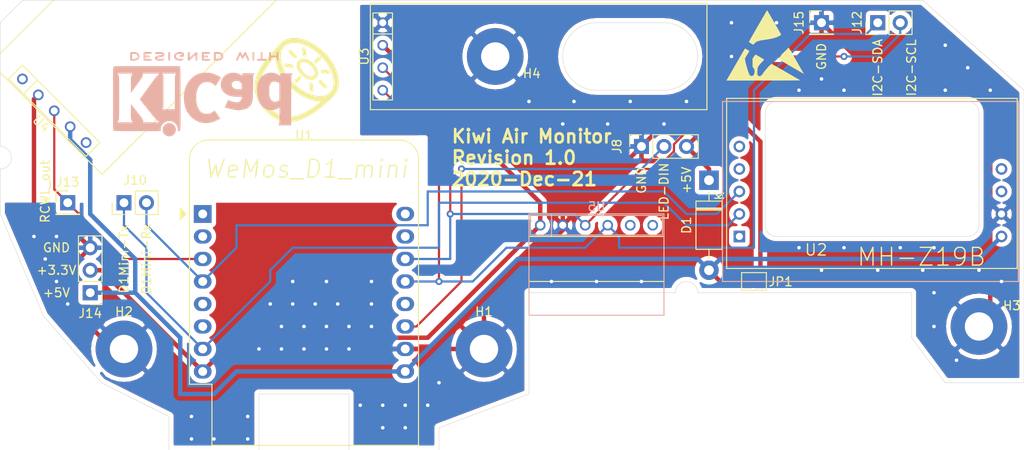
<source format=kicad_pcb>
(kicad_pcb (version 20171130) (host pcbnew "(5.1.8)-1")
  (layers (0 F.Cu signal hide) (31 B.Cu signal hide) (35 F.Paste user hide) (36 B.SilkS user) (37 F.SilkS user) (38 B.Mask user) (39 F.Mask user) (44 Edge.Cuts user))
  (net 0 "")
  (net 1 +5V)
  (net 2 /LED-DIN)
  (net 3 GND)
  (net 4 /I2C-SDA)
  (net 5 /I2C-SCL)
  (net 6 /RCWL-OUT)
  (net 7 "Net-(U1-Pad16)")
  (net 8 "Net-(U1-Pad15)")
  (net 9 "Net-(U1-Pad12)")
  (net 10 "Net-(U1-Pad6)")
  (net 11 "Net-(U1-Pad5)")
  (net 12 "Net-(U1-Pad1)")
  (net 13 "Net-(U1-Pad2)")
  (net 14 "Net-(U2-Pad9)")
  (net 15 "Net-(U2-Pad8)")
  (net 16 "Net-(U2-Pad5)")
  (net 17 "Net-(U2-Pad4)")
  (net 18 "Net-(U2-Pad1)")
  (net 19 "Net-(U4-Pad5)")
  (net 20 "Net-(U4-Pad1)")
  (net 21 "Net-(U5-Pad6)")
  (net 22 "Net-(U5-Pad5)")
  (net 23 +3V3)
  (net 24 /D1mini-UART-Tx)
  (net 25 /D1mini-UART-Rx)
  (net 26 /VLED)
  (module KiwiAirMonitorModules:BME280_Board (layer B.Cu) (at 143.51 109.22)
    (fp_text reference U5 (at 0 -2.1) (layer B.SilkS) (effects (justify mirror)))
    (fp_text value BME280_Board)
    (pad 6 thru_hole circle (at 6.35 0) (size 1.2 1.2) (drill 0.8) (layers *.Cu *.Mask) (net 21 "Net-(U5-Pad6)"))
    (pad 5 thru_hole circle (at 3.81 0) (size 1.2 1.2) (drill 0.8) (layers *.Cu *.Mask) (net 22 "Net-(U5-Pad5)"))
    (pad 4 thru_hole circle (at 1.27 0) (size 1.2 1.2) (drill 0.8) (layers *.Cu *.Mask) (net 4 /I2C-SDA))
    (pad 3 thru_hole circle (at -1.27 0) (size 1.2 1.2) (drill 0.8) (layers *.Cu *.Mask) (net 5 /I2C-SCL))
    (pad 2 thru_hole circle (at -3.81 0) (size 1.2 1.2) (drill 0.8) (layers *.Cu *.Mask) (net 3 GND))
    (pad 1 thru_hole circle (at -6.35 0) (size 1.2 1.2) (drill 0.8) (layers *.Cu *.Mask) (net 23 +3V3))
  )
  (module KiwiAirMonitorModules:RCWL-0516 (layer F.Cu) (at 82.3 96.3 315)
    (fp_text reference U4 (at 0 2.1 135) (layer F.SilkS))
    (fp_text value "RCWL-0516 Board")
    (pad 5 thru_hole circle (at 5.08 0 315) (size 1.2 1.2) (drill 0.8) (layers *.Cu *.Mask) (net 19 "Net-(U4-Pad5)"))
    (pad 4 thru_hole circle (at 2.54 0 315) (size 1.2 1.2) (drill 0.8) (layers *.Cu *.Mask) (net 1 +5V))
    (pad 3 thru_hole circle (at 0 0 315) (size 1.2 1.2) (drill 0.8) (layers *.Cu *.Mask) (net 6 /RCWL-OUT))
    (pad 2 thru_hole circle (at -2.54 0 315) (size 1.2 1.2) (drill 0.8) (layers *.Cu *.Mask) (net 3 GND))
    (pad 1 thru_hole circle (at -5.08 0 315) (size 1.2 1.2) (drill 0.8) (layers *.Cu *.Mask) (net 20 "Net-(U4-Pad1)"))
  )
  (module KiwiAirMonitorModules:OLED_0.91_128x32 (layer F.Cu) (at 119.38 90.17 270)
    (fp_text reference U3 (at 0 2.1 90) (layer F.SilkS))
    (fp_text value OLED_0.91_128x32)
    (pad 4 thru_hole circle (at 3.81 0 270) (size 1.2 1.2) (drill 0.8) (layers *.Cu *.Mask) (net 4 /I2C-SDA))
    (pad 3 thru_hole circle (at 1.27 0 270) (size 1.2 1.2) (drill 0.8) (layers *.Cu *.Mask) (net 5 /I2C-SCL))
    (pad 2 thru_hole circle (at -1.27 0 270) (size 1.2 1.2) (drill 0.8) (layers *.Cu *.Mask) (net 23 +3V3))
    (pad 1 thru_hole circle (at -3.81 0 270) (size 1.2 1.2) (drill 0.8) (layers *.Cu *.Mask) (net 3 GND))
  )
  (module Jumper:SolderJumper-2_P1.3mm_Open_TrianglePad1.0x1.5mm (layer F.Cu) (at 161.29 115.57)
    (fp_text reference JP1 (at 3.01 0.03) (layer F.SilkS))
    (fp_text value SolderJumper_2_Open)
    (pad 1 smd custom (at -0.725 0) (size 0.3 0.3) (layers F.Cu F.Mask) (net 1 +5V) (options (clearance outline) (anchor rect)) (primitives (gr_poly (pts (xy -0.5 -0.75) (xy 0.5 -0.75) (xy 1 0) (xy 0.5 0.75) (xy -0.5 0.75)) (width 0))))
    (pad 2 smd custom (at 0.725 0) (size 0.3 0.3) (layers F.Cu F.Mask) (net 26 /VLED) (options (clearance outline) (anchor rect)) (primitives (gr_poly (pts (xy -0.65 -0.75) (xy 0.5 -0.75) (xy 0.5 0.75) (xy -0.65 0.75) (xy -0.15 0)) (width 0))))
  )
  (module Diode_THT:D_DO-41_SOD81_P10.16mm_Horizontal (layer F.Cu) (at 156.21 104.14 270)
    (fp_text reference D1 (at 5.08 2.54 90) (layer F.SilkS))
    (fp_text value 1N4007)
    (fp_text user K (at 1.76 -1.19 90) (layer F.SilkS))
    (pad 2 thru_hole oval (at 10.16 0 270) (size 2.2 2.2) (drill 1.1) (layers *.Cu *.Mask) (net 1 +5V))
    (pad 1 thru_hole rect (at 0 0 270) (size 2.2 2.2) (drill 1.1) (layers *.Cu *.Mask) (net 26 /VLED))
  )
  (module MountingHole:MountingHole_3.2mm_M3_Pad_TopBottom (layer F.Cu) (at 132.08 90.17)
    (fp_text reference H4 (at 4.12 1.93) (layer F.SilkS))
    (fp_text value MountingHole_Pad)
    (pad 1 connect circle (at 0 0) (size 6.4 6.4) (layers B.Cu B.Mask) (net 3 GND))
    (pad 1 connect circle (at 0 0) (size 6.4 6.4) (layers F.Cu F.Mask) (net 3 GND))
    (pad 1 thru_hole circle (at 0 0) (size 3.6 3.6) (drill 3.2) (layers *.Cu *.Mask) (net 3 GND))
  )
  (module Symbol:KiCad-Logo2_8mm_SilkScreen (layer B.Cu) (at 99.06 95.25)
    (fp_text reference REF** hide)
    (fp_text value KiCad-Logo2_8mm_SilkScreen hide)
  )
  (module Symbol:ESD-Logo_8.9x8mm_SilkScreen (layer F.Cu) (at 162.56 88.9)
    (fp_text reference REF** hide)
    (fp_text value ESD-Logo_8.9x8mm_SilkScreen hide)
  )
  (module Kiwi_EasyBoardv0:KiwiLogo (layer F.Cu) (at 109.22 92.71)
    (fp_text reference GKiwi hide)
    (fp_text value LOGO hide)
  )
  (module mh-z19:MH-Z19 (layer B.Cu) (at 189.23 110.49 180)
    (fp_text reference U2 (at 20.93 -1.51) (layer F.SilkS) (effects (font (size 1.27 1.27))))
    (fp_text value MH-Z19B (at 9.03 -2.31) (layer F.SilkS) (effects (font (size 2 2))))
    (pad 9 thru_hole circle (at 0 7.62 180) (size 1.308 1.308) (drill 0.8) (layers *.Cu *.Mask) (net 14 "Net-(U2-Pad9)"))
    (pad 8 thru_hole circle (at 0 5.08 180) (size 1.308 1.308) (drill 0.8) (layers *.Cu *.Mask) (net 15 "Net-(U2-Pad8)"))
    (pad 7 thru_hole circle (at 0 2.54 180) (size 1.308 1.308) (drill 0.8) (layers *.Cu *.Mask) (net 3 GND))
    (pad 6 thru_hole circle (at 0 0 180) (size 1.308 1.308) (drill 0.8) (layers *.Cu *.Mask) (net 1 +5V))
    (pad 5 thru_hole circle (at 29.591 10.16 180) (size 1.308 1.308) (drill 0.8) (layers *.Cu *.Mask) (net 16 "Net-(U2-Pad5)"))
    (pad 4 thru_hole circle (at 29.591 7.62 180) (size 1.308 1.308) (drill 0.8) (layers *.Cu *.Mask) (net 17 "Net-(U2-Pad4)"))
    (pad 3 thru_hole circle (at 29.591 5.08 180) (size 1.308 1.308) (drill 0.8) (layers *.Cu *.Mask) (net 25 /D1mini-UART-Rx))
    (pad 2 thru_hole circle (at 29.591 2.54 180) (size 1.308 1.308) (drill 0.8) (layers *.Cu *.Mask) (net 24 /D1mini-UART-Tx))
    (pad 1 thru_hole rect (at 29.591 0 180) (size 1.308 1.308) (drill 0.8) (layers *.Cu *.Mask) (net 18 "Net-(U2-Pad1)"))
  )
  (module Module:WEMOS_D1_mini_light (layer F.Cu) (at 99.06 107.95)
    (fp_text reference U1 (at 11.43 -8.89) (layer F.SilkS))
    (fp_text value WeMos_D1_mini (at 11.7 -5.08) (layer F.SilkS) (effects (font (size 2 2) (thickness 0.15) italic)))
    (pad 16 thru_hole oval (at 22.86 0) (size 2 1.6) (drill 1) (layers *.Cu *.Mask) (net 7 "Net-(U1-Pad16)"))
    (pad 15 thru_hole oval (at 22.86 2.54) (size 2 1.6) (drill 1) (layers *.Cu *.Mask) (net 8 "Net-(U1-Pad15)"))
    (pad 14 thru_hole oval (at 22.86 5.08) (size 2 1.6) (drill 1) (layers *.Cu *.Mask) (net 5 /I2C-SCL))
    (pad 13 thru_hole oval (at 22.86 7.62) (size 2 1.6) (drill 1) (layers *.Cu *.Mask) (net 4 /I2C-SDA))
    (pad 12 thru_hole oval (at 22.86 10.16) (size 2 1.6) (drill 1) (layers *.Cu *.Mask) (net 9 "Net-(U1-Pad12)"))
    (pad 11 thru_hole oval (at 22.86 12.7) (size 2 1.6) (drill 1) (layers *.Cu *.Mask) (net 2 /LED-DIN))
    (pad 10 thru_hole oval (at 22.86 15.24) (size 2 1.6) (drill 1) (layers *.Cu *.Mask) (net 3 GND))
    (pad 9 thru_hole oval (at 22.86 17.78) (size 2 1.6) (drill 1) (layers *.Cu *.Mask) (net 1 +5V))
    (pad 8 thru_hole oval (at 0 17.78) (size 2 1.6) (drill 1) (layers *.Cu *.Mask) (net 23 +3V3))
    (pad 7 thru_hole oval (at 0 15.24) (size 2 1.6) (drill 1) (layers *.Cu *.Mask) (net 24 /D1mini-UART-Tx))
    (pad 6 thru_hole oval (at 0 12.7) (size 2 1.6) (drill 1) (layers *.Cu *.Mask) (net 10 "Net-(U1-Pad6)"))
    (pad 5 thru_hole oval (at 0 10.16) (size 2 1.6) (drill 1) (layers *.Cu *.Mask) (net 11 "Net-(U1-Pad5)"))
    (pad 4 thru_hole oval (at 0 7.62) (size 2 1.6) (drill 1) (layers *.Cu *.Mask) (net 25 /D1mini-UART-Rx))
    (pad 3 thru_hole oval (at 0 5.08) (size 2 1.6) (drill 1) (layers *.Cu *.Mask) (net 6 /RCWL-OUT))
    (pad 1 thru_hole rect (at 0 0) (size 2 2) (drill 1) (layers *.Cu *.Mask) (net 12 "Net-(U1-Pad1)"))
    (pad 2 thru_hole oval (at 0 2.54) (size 2 1.6) (drill 1) (layers *.Cu *.Mask) (net 13 "Net-(U1-Pad2)"))
  )
  (module MountingHole:MountingHole_3.2mm_M3_Pad_TopBottom (layer F.Cu) (at 186.69 120.65)
    (fp_text reference H3 (at 3.71 -2.35) (layer F.SilkS))
    (fp_text value MountingHole_Pad)
    (pad 1 connect circle (at 0 0) (size 6.4 6.4) (layers B.Cu B.Mask) (net 3 GND))
    (pad 1 connect circle (at 0 0) (size 6.4 6.4) (layers F.Cu F.Mask) (net 3 GND))
    (pad 1 thru_hole circle (at 0 0) (size 3.6 3.6) (drill 3.2) (layers *.Cu *.Mask) (net 3 GND))
  )
  (module Connector_PinHeader_2.54mm:PinHeader_1x01_P2.54mm_Vertical (layer F.Cu) (at 168.91 86.36)
    (fp_text reference J15 (at -2.54 0 90) (layer F.SilkS))
    (fp_text value Conn_Ground hide)
    (fp_text user GND (at 0 3.81 90) (layer F.SilkS))
    (pad 1 thru_hole rect (at 0 0) (size 1.7 1.7) (drill 1) (layers *.Cu *.Mask) (net 3 GND))
  )
  (module Connector_PinHeader_2.54mm:PinHeader_1x03_P2.54mm_Vertical (layer F.Cu) (at 86.36 116.84 180)
    (fp_text reference J14 (at 0 -2.33) (layer F.SilkS))
    (fp_text value Conn_Power hide)
    (fp_text user +5V (at 3.81 0 180) (layer F.SilkS))
    (fp_text user +3.3V (at 3.81 2.54 180) (layer F.SilkS))
    (fp_text user GND (at 3.81 5.08 180) (layer F.SilkS))
    (pad 3 thru_hole oval (at 0 5.08 180) (size 1.7 1.7) (drill 1) (layers *.Cu *.Mask) (net 3 GND))
    (pad 2 thru_hole oval (at 0 2.54 180) (size 1.7 1.7) (drill 1) (layers *.Cu *.Mask) (net 23 +3V3))
    (pad 1 thru_hole rect (at 0 0 180) (size 1.7 1.7) (drill 1) (layers *.Cu *.Mask) (net 1 +5V))
  )
  (module Connector_PinHeader_2.54mm:PinHeader_1x01_P2.54mm_Vertical (layer F.Cu) (at 83.82 106.68)
    (fp_text reference J13 (at 0 -2.33) (layer F.SilkS))
    (fp_text value Conn_RCWL_Out hide)
    (fp_text user RCWL_out (at -2.54 -1.27 90) (layer F.SilkS))
    (pad 1 thru_hole rect (at 0 0) (size 1.7 1.7) (drill 1) (layers *.Cu *.Mask) (net 6 /RCWL-OUT))
  )
  (module Connector_PinHeader_2.54mm:PinHeader_1x02_P2.54mm_Vertical (layer F.Cu) (at 175.26 86.36 90)
    (fp_text reference J12 (at 0 -2.33 90) (layer F.SilkS))
    (fp_text value Conn_D1Mini_I2C hide)
    (fp_text user I2C-SDA (at -5.08 0 90) (layer F.SilkS))
    (fp_text user I2C-SCL (at -5.08 3.81 90) (layer F.SilkS))
    (pad 2 thru_hole oval (at 0 2.54 90) (size 1.7 1.7) (drill 1) (layers *.Cu *.Mask) (net 5 /I2C-SCL))
    (pad 1 thru_hole rect (at 0 0 90) (size 1.7 1.7) (drill 1) (layers *.Cu *.Mask) (net 4 /I2C-SDA))
  )
  (module Connector_PinHeader_2.54mm:PinHeader_1x02_P2.54mm_Vertical (layer F.Cu) (at 90.17 106.68 90)
    (fp_text reference J10 (at 2.54 1.27 180) (layer F.SilkS))
    (fp_text value Conn_D1Mini_UART hide)
    (fp_text user D1Mini-Tx (at -6.35 0 90) (layer F.SilkS))
    (fp_text user D1Mini-Rx (at -6.35 2.54 90) (layer F.SilkS))
    (pad 2 thru_hole oval (at 0 2.54 90) (size 1.7 1.7) (drill 1) (layers *.Cu *.Mask) (net 25 /D1mini-UART-Rx))
    (pad 1 thru_hole rect (at 0 0 90) (size 1.7 1.7) (drill 1) (layers *.Cu *.Mask) (net 24 /D1mini-UART-Tx))
  )
  (module Connector_PinSocket_2.54mm:PinSocket_1x03_P2.54mm_Vertical (layer F.Cu) (at 148.59 100.33 90)
    (fp_text reference J8 (at 0 -2.77 90) (layer F.SilkS))
    (fp_text value "LED connector")
    (pad 3 thru_hole oval (at 0 5.08 90) (size 1.7 1.7) (drill 1) (layers *.Cu *.Mask) (net 26 /VLED))
    (pad 2 thru_hole oval (at 0 2.54 90) (size 1.7 1.7) (drill 1) (layers *.Cu *.Mask) (net 2 /LED-DIN))
    (pad 1 thru_hole rect (at 0 0 90) (size 1.7 1.7) (drill 1) (layers *.Cu *.Mask) (net 3 GND))
  )
  (module MountingHole:MountingHole_3.2mm_M3_Pad_TopBottom (layer F.Cu) (at 90.17 123.19)
    (fp_text reference H2 (at 0 -4.2) (layer F.SilkS))
    (fp_text value MountingHole_Pad)
    (pad 1 connect circle (at 0 0) (size 6.4 6.4) (layers B.Cu B.Mask) (net 3 GND))
    (pad 1 connect circle (at 0 0) (size 6.4 6.4) (layers F.Cu F.Mask) (net 3 GND))
    (pad 1 thru_hole circle (at 0 0) (size 3.6 3.6) (drill 3.2) (layers *.Cu *.Mask) (net 3 GND))
  )
  (module MountingHole:MountingHole_3.2mm_M3_Pad_TopBottom (layer F.Cu) (at 130.81 123.19)
    (fp_text reference H1 (at 0 -4.2) (layer F.SilkS))
    (fp_text value MountingHole_Pad)
    (pad 1 connect circle (at 0 0) (size 6.4 6.4) (layers B.Cu B.Mask) (net 3 GND))
    (pad 1 connect circle (at 0 0) (size 6.4 6.4) (layers F.Cu F.Mask) (net 3 GND))
    (pad 1 thru_hole circle (at 0 0) (size 3.6 3.6) (drill 3.2) (layers *.Cu *.Mask) (net 3 GND))
  )
  (gr_line (start 135.89 110.49) (end 151.13 110.49) (layer F.SilkS) (width 0.12))
  (gr_line (start 138.43 110.49) (end 135.89 110.49) (layer F.SilkS) (width 0.12))
  (gr_line (start 138.43 107.95) (end 138.43 110.49) (layer F.SilkS) (width 0.12))
  (gr_line (start 135.89 107.95) (end 138.43 107.95) (layer F.SilkS) (width 0.12))
  (gr_line (start 135.89 115.57) (end 135.89 107.95) (layer F.SilkS) (width 0.12))
  (gr_line (start 151.13 115.57) (end 135.89 115.57) (layer F.SilkS) (width 0.12))
  (gr_line (start 151.13 107.95) (end 151.13 115.57) (layer F.SilkS) (width 0.12))
  (gr_line (start 135.89 107.95) (end 151.13 107.95) (layer F.SilkS) (width 0.12))
  (gr_line (start 158.2 114.1) (end 158.6 114.1) (layer F.SilkS) (width 0.12))
  (gr_line (start 158.2 94.9) (end 158.2 114.1) (layer F.SilkS) (width 0.12))
  (gr_line (start 191 94.9) (end 158.2 94.9) (layer F.SilkS) (width 0.12))
  (gr_line (start 191 114.1) (end 191 94.9) (layer F.SilkS) (width 0.12))
  (gr_line (start 158.6 114.1) (end 191 114.1) (layer F.SilkS) (width 0.12))
  (gr_line (start 76.2 86.36) (end 76.2 100.33) (layer Edge.Cuts) (width 0.05))
  (gr_line (start 180.34 83.82) (end 78.74 83.82) (layer Edge.Cuts) (width 0.05))
  (gr_line (start 76.2 86.36) (end 78.74 83.82) (layer Edge.Cuts) (width 0.05))
  (gr_line (start 154.94 116.84) (end 179.07 116.84) (layer Edge.Cuts) (width 0.05))
  (gr_line (start 144.78 116.84) (end 152.4 116.84) (layer Edge.Cuts) (width 0.05))
  (gr_arc (start 153.67 116.84) (end 154.94 116.84) (angle -180) (layer Edge.Cuts) (width 0.05))
  (gr_line (start 76.2 102.87) (end 76.2 107.95) (layer Edge.Cuts) (width 0.05))
  (gr_arc (start 76.2 101.6) (end 76.2 102.87) (angle -180) (layer Edge.Cuts) (width 0.05))
  (gr_text LED-DIN (at 151.13 105.41 90) (layer F.SilkS) (effects (font (size 1 1))))
  (gr_text +5V (at 153.67 104.14 90) (layer F.SilkS) (effects (font (size 1 1))))
  (gr_text GND (at 148.59 104.14 90) (layer F.SilkS) (effects (font (size 1 1))))
  (gr_line (start 105.41 128.27) (end 115.57 128.27) (layer Edge.Cuts) (width 0.05))
  (gr_line (start 81.079773 119.452036) (end 87.63 127) (layer Edge.Cuts) (width 0.05))
  (gr_line (start 81.079773 119.452036) (end 76.2 107.95) (layer Edge.Cuts) (width 0.05))
  (gr_line (start 182.88 127) (end 191.77 127) (layer Edge.Cuts) (width 0.05))
  (gr_line (start 135.89 116.84) (end 144.78 116.84) (layer Edge.Cuts) (width 0.05))
  (gr_line (start 125.73 132.08) (end 135.89 128.27) (layer Edge.Cuts) (width 0.05))
  (gr_line (start 135.89 116.84) (end 135.89 128.27) (layer Edge.Cuts) (width 0.05))
  (gr_line (start 95.25 130.81) (end 87.63 127) (layer Edge.Cuts) (width 0.05))
  (gr_line (start 185.42 95.25) (end 163.83 95.25) (layer Edge.Cuts) (width 0.05))
  (gr_line (start 186.69 109.22) (end 186.69 96.52) (layer Edge.Cuts) (width 0.05))
  (gr_line (start 163.83 110.49) (end 185.42 110.49) (layer Edge.Cuts) (width 0.05))
  (gr_line (start 162.56 96.52) (end 162.56 109.22) (layer Edge.Cuts) (width 0.05))
  (gr_arc (start 185.42 109.22) (end 185.42 110.49) (angle -90) (layer Edge.Cuts) (width 0.05))
  (gr_arc (start 163.83 109.22) (end 162.56 109.22) (angle -90) (layer Edge.Cuts) (width 0.05))
  (gr_arc (start 163.83 96.52) (end 163.83 95.25) (angle -90) (layer Edge.Cuts) (width 0.05))
  (gr_arc (start 185.42 96.52) (end 186.69 96.52) (angle -90) (layer Edge.Cuts) (width 0.05))
  (gr_line (start 179.07 116.84) (end 179.07 118.11) (layer Edge.Cuts) (width 0.05))
  (gr_line (start 191.77 93.98) (end 180.34 83.82) (layer Edge.Cuts) (width 0.05))
  (gr_line (start 191.77 127) (end 191.77 93.98) (layer Edge.Cuts) (width 0.05))
  (gr_line (start 179.07 121.92) (end 182.88 127) (layer Edge.Cuts) (width 0.05))
  (gr_line (start 179.07 118.11) (end 179.07 121.92) (layer Edge.Cuts) (width 0.05))
  (gr_line (start 115.57 128.27) (end 115.57 134.62) (layer Edge.Cuts) (width 0.05))
  (gr_line (start 125.73 134.62) (end 125.73 132.08) (layer Edge.Cuts) (width 0.05))
  (gr_line (start 95.25 134.62) (end 95.25 130.81) (layer Edge.Cuts) (width 0.05))
  (gr_line (start 115.57 134.62) (end 125.73 134.62) (layer Edge.Cuts) (width 0.05))
  (gr_line (start 105.41 134.62) (end 95.25 134.62) (layer Edge.Cuts) (width 0.05))
  (gr_line (start 105.41 128.27) (end 105.41 134.62) (layer Edge.Cuts) (width 0.05))
  (gr_line (start 143.51 93.98) (end 151.13 93.98) (layer Edge.Cuts) (width 0.05))
  (gr_line (start 143.51 86.36) (end 151.13 86.36) (layer Edge.Cuts) (width 0.05))
  (gr_arc (start 143.51 90.17) (end 143.51 86.36) (angle -180) (layer Edge.Cuts) (width 0.05))
  (gr_arc (start 151.13 90.17) (end 151.13 93.98) (angle -180) (layer Edge.Cuts) (width 0.05))
  (gr_text "Kiwi Air Monitor\nRevision 1.0\n2020-Dec-21" (at 127 101.6) (layer F.SilkS) (effects (font (size 1.5 1.5) (thickness 0.3)) (justify left)))
  (segment (start 91.44 116.84) (end 86.36 116.84) (width 0.5) (layer B.Cu) (net 1))
  (segment (start 96.52 121.92) (end 91.44 116.84) (width 0.5) (layer B.Cu) (net 1))
  (segment (start 96.52 128.27) (end 96.52 121.92) (width 0.5) (layer B.Cu) (net 1))
  (segment (start 100.33 128.27) (end 96.52 128.27) (width 0.5) (layer B.Cu) (net 1))
  (segment (start 102.87 125.73) (end 100.33 128.27) (width 0.5) (layer B.Cu) (net 1))
  (segment (start 121.92 125.73) (end 102.87 125.73) (width 0.5) (layer B.Cu) (net 1))
  (segment (start 91.44 116.84) (end 91.44 113.03) (width 0.5) (layer B.Cu) (net 1))
  (segment (start 91.44 113.03) (end 86.36 107.95) (width 0.5) (layer B.Cu) (net 1))
  (segment (start 84.096051 99.576053) (end 84.096051 98.096051) (width 0.5) (layer B.Cu) (net 1))
  (segment (start 86.36 101.840002) (end 84.096051 99.576053) (width 0.5) (layer B.Cu) (net 1))
  (segment (start 86.36 107.95) (end 86.36 101.840002) (width 0.5) (layer B.Cu) (net 1))
  (segment (start 156.21 114.3) (end 157.48 115.57) (width 0.5) (layer F.Cu) (net 1))
  (segment (start 157.48 115.57) (end 160.565 115.57) (width 0.5) (layer F.Cu) (net 1))
  (segment (start 154.94 113.03) (end 156.21 114.3) (width 0.5) (layer B.Cu) (net 1))
  (segment (start 186.69 113.03) (end 157.48 113.03) (width 0.5) (layer B.Cu) (net 1))
  (segment (start 156.21 114.3) (end 157.48 113.03) (width 0.5) (layer B.Cu) (net 1))
  (segment (start 134.62 113.03) (end 121.92 125.73) (width 0.5) (layer B.Cu) (net 1))
  (segment (start 154.94 113.03) (end 134.62 113.03) (width 0.5) (layer B.Cu) (net 1))
  (segment (start 189.23 110.49) (end 186.69 113.03) (width 0.5) (layer B.Cu) (net 1))
  (segment (start 121.92 120.65) (end 123.19 120.65) (width 0.25) (layer F.Cu) (net 2))
  (segment (start 123.19 120.65) (end 128.27 115.57) (width 0.25) (layer F.Cu) (net 2))
  (via (at 128.27 102.87) (size 0.8) (drill 0.4) (layers F.Cu B.Cu) (net 2))
  (segment (start 128.27 115.57) (end 128.27 102.87) (width 0.25) (layer F.Cu) (net 2))
  (segment (start 128.27 102.87) (end 148.59 102.87) (width 0.25) (layer B.Cu) (net 2))
  (segment (start 148.59 102.87) (end 151.13 100.33) (width 0.25) (layer B.Cu) (net 2))
  (segment (start 91.37001 121.98999) (end 90.17 123.19) (width 0.5) (layer B.Cu) (net 3))
  (segment (start 121.92 123.19) (end 130.81 123.19) (width 0.5) (layer F.Cu) (net 3))
  (segment (start 106.68 123.19) (end 107.95 123.19) (width 0.5) (layer F.Cu) (net 3))
  (segment (start 96.52 129.54) (end 100.33 129.54) (width 0.5) (layer F.Cu) (net 3))
  (segment (start 100.33 129.54) (end 106.68 123.19) (width 0.5) (layer F.Cu) (net 3))
  (segment (start 90.17 123.19) (end 96.52 129.54) (width 0.5) (layer F.Cu) (net 3))
  (segment (start 80.01 107.95) (end 80.01 94.997898) (width 0.5) (layer F.Cu) (net 3))
  (segment (start 82.55 110.49) (end 80.01 107.95) (width 0.5) (layer F.Cu) (net 3))
  (segment (start 80.01 94.997898) (end 80.503949 94.503949) (width 0.5) (layer F.Cu) (net 3))
  (segment (start 85.09 110.49) (end 82.55 110.49) (width 0.5) (layer F.Cu) (net 3))
  (segment (start 86.36 111.76) (end 85.09 110.49) (width 0.5) (layer F.Cu) (net 3))
  (segment (start 139.7 109.774517) (end 139.7 109.22) (width 0.5) (layer F.Cu) (net 3))
  (segment (start 130.81 118.664517) (end 139.7 109.774517) (width 0.5) (layer F.Cu) (net 3))
  (segment (start 130.81 123.19) (end 130.81 118.664517) (width 0.5) (layer F.Cu) (net 3))
  (segment (start 139.7 109.22) (end 148.59 100.33) (width 0.5) (layer F.Cu) (net 3))
  (segment (start 148.59 100.33) (end 158.75 90.17) (width 0.5) (layer F.Cu) (net 3))
  (segment (start 162.56 86.36) (end 163.83 86.36) (width 0.5) (layer F.Cu) (net 3))
  (segment (start 187.96 106.68) (end 189.23 107.95) (width 0.5) (layer F.Cu) (net 3))
  (segment (start 187.96 95.25) (end 187.96 106.68) (width 0.5) (layer F.Cu) (net 3))
  (segment (start 184.15 91.44) (end 187.96 95.25) (width 0.5) (layer F.Cu) (net 3))
  (segment (start 173.99 91.44) (end 184.15 91.44) (width 0.5) (layer F.Cu) (net 3))
  (segment (start 168.91 86.36) (end 173.99 91.44) (width 0.5) (layer F.Cu) (net 3))
  (segment (start 187.96 119.38) (end 186.69 120.65) (width 0.5) (layer F.Cu) (net 3))
  (segment (start 187.96 109.22) (end 187.96 119.38) (width 0.5) (layer F.Cu) (net 3))
  (segment (start 189.23 107.95) (end 187.96 109.22) (width 0.5) (layer F.Cu) (net 3))
  (segment (start 139.7 109.22) (end 139.7 106.68) (width 0.5) (layer F.Cu) (net 3))
  (segment (start 83.82 118.11) (end 88.9 123.19) (width 0.5) (layer F.Cu) (net 3))
  (segment (start 88.9 123.19) (end 90.17 123.19) (width 0.5) (layer F.Cu) (net 3))
  (segment (start 83.82 114.3) (end 83.82 118.11) (width 0.5) (layer F.Cu) (net 3))
  (segment (start 86.36 111.76) (end 83.82 114.3) (width 0.5) (layer F.Cu) (net 3))
  (segment (start 128.27 93.98) (end 132.08 90.17) (width 0.5) (layer F.Cu) (net 3))
  (segment (start 128.27 95.25) (end 128.27 93.98) (width 0.5) (layer F.Cu) (net 3))
  (segment (start 139.7 106.68) (end 128.27 95.25) (width 0.5) (layer F.Cu) (net 3))
  (segment (start 128.27 95.25) (end 119.38 86.36) (width 0.5) (layer F.Cu) (net 3))
  (via (at 80.01 110.49) (size 0.8) (drill 0.4) (layers F.Cu B.Cu) (net 3))
  (segment (start 82.55 110.49) (end 82.55 110.49) (width 0.5) (layer F.Cu) (net 3))
  (via (at 82.55 110.49) (size 0.8) (drill 0.4) (layers F.Cu B.Cu) (net 3))
  (via (at 81.28 113.03) (size 0.8) (drill 0.4) (layers F.Cu B.Cu) (net 3))
  (via (at 82.55 115.57) (size 0.8) (drill 0.4) (layers F.Cu B.Cu) (net 3))
  (segment (start 83.82 118.11) (end 83.82 118.11) (width 0.5) (layer F.Cu) (net 3))
  (via (at 83.82 118.11) (size 0.8) (drill 0.4) (layers F.Cu B.Cu) (net 3))
  (via (at 104.14 133.35) (size 0.8) (drill 0.4) (layers F.Cu B.Cu) (net 3))
  (via (at 97.79 133.35) (size 0.8) (drill 0.4) (layers F.Cu B.Cu) (net 3))
  (via (at 97.79 130.81) (size 0.8) (drill 0.4) (layers F.Cu B.Cu) (net 3))
  (via (at 100.33 133.35) (size 0.8) (drill 0.4) (layers F.Cu B.Cu) (net 3))
  (via (at 104.14 130.81) (size 0.8) (drill 0.4) (layers F.Cu B.Cu) (net 3))
  (via (at 116.84 129.54) (size 0.8) (drill 0.4) (layers F.Cu B.Cu) (net 3))
  (via (at 119.38 129.54) (size 0.8) (drill 0.4) (layers F.Cu B.Cu) (net 3))
  (via (at 121.92 129.54) (size 0.8) (drill 0.4) (layers F.Cu B.Cu) (net 3))
  (via (at 124.46 129.54) (size 0.8) (drill 0.4) (layers F.Cu B.Cu) (net 3))
  (via (at 121.92 132.08) (size 0.8) (drill 0.4) (layers F.Cu B.Cu) (net 3))
  (via (at 119.38 132.08) (size 0.8) (drill 0.4) (layers F.Cu B.Cu) (net 3))
  (via (at 125.73 127) (size 0.8) (drill 0.4) (layers F.Cu B.Cu) (net 3))
  (via (at 105.41 123.19) (size 0.8) (drill 0.4) (layers F.Cu B.Cu) (net 3))
  (segment (start 107.95 123.19) (end 110.49 123.19) (width 0.5) (layer F.Cu) (net 3))
  (via (at 107.95 123.19) (size 0.8) (drill 0.4) (layers F.Cu B.Cu) (net 3))
  (via (at 110.49 123.19) (size 0.8) (drill 0.4) (layers F.Cu B.Cu) (net 3))
  (segment (start 113.03 123.19) (end 115.57 123.19) (width 0.5) (layer F.Cu) (net 3))
  (via (at 113.03 123.19) (size 0.8) (drill 0.4) (layers F.Cu B.Cu) (net 3))
  (segment (start 115.57 123.19) (end 121.92 123.19) (width 0.5) (layer F.Cu) (net 3))
  (via (at 115.57 123.19) (size 0.8) (drill 0.4) (layers F.Cu B.Cu) (net 3))
  (via (at 135.89 95.25) (size 0.8) (drill 0.4) (layers F.Cu B.Cu) (net 3))
  (via (at 140.97 95.25) (size 0.8) (drill 0.4) (layers F.Cu B.Cu) (net 3))
  (via (at 147.32 95.25) (size 0.8) (drill 0.4) (layers F.Cu B.Cu) (net 3))
  (via (at 153.67 95.25) (size 0.8) (drill 0.4) (layers F.Cu B.Cu) (net 3))
  (via (at 139.7 97.79) (size 0.8) (drill 0.4) (layers F.Cu B.Cu) (net 3))
  (via (at 144.78 97.79) (size 0.8) (drill 0.4) (layers F.Cu B.Cu) (net 3))
  (via (at 151.13 97.79) (size 0.8) (drill 0.4) (layers F.Cu B.Cu) (net 3))
  (via (at 182.88 88.9) (size 0.8) (drill 0.4) (layers F.Cu B.Cu) (net 3))
  (via (at 185.42 91.44) (size 0.8) (drill 0.4) (layers F.Cu B.Cu) (net 3))
  (via (at 187.96 93.98) (size 0.8) (drill 0.4) (layers F.Cu B.Cu) (net 3))
  (via (at 182.88 93.98) (size 0.8) (drill 0.4) (layers F.Cu B.Cu) (net 3))
  (via (at 171.45 93.98) (size 0.8) (drill 0.4) (layers F.Cu B.Cu) (net 3))
  (via (at 166.37 93.98) (size 0.8) (drill 0.4) (layers F.Cu B.Cu) (net 3))
  (via (at 168.91 92.71) (size 0.8) (drill 0.4) (layers F.Cu B.Cu) (net 3))
  (via (at 181.61 116.84) (size 0.8) (drill 0.4) (layers F.Cu B.Cu) (net 3))
  (via (at 181.61 120.65) (size 0.8) (drill 0.4) (layers F.Cu B.Cu) (net 3))
  (via (at 184.15 124.46) (size 0.8) (drill 0.4) (layers F.Cu B.Cu) (net 3))
  (via (at 189.23 115.57) (size 0.8) (drill 0.4) (layers F.Cu B.Cu) (net 3))
  (via (at 166.37 111.76) (size 0.8) (drill 0.4) (layers F.Cu B.Cu) (net 3))
  (via (at 171.45 111.76) (size 0.8) (drill 0.4) (layers F.Cu B.Cu) (net 3))
  (via (at 177.8 111.76) (size 0.8) (drill 0.4) (layers F.Cu B.Cu) (net 3))
  (via (at 181.61 111.76) (size 0.8) (drill 0.4) (layers F.Cu B.Cu) (net 3))
  (via (at 168.91 114.3) (size 0.8) (drill 0.4) (layers F.Cu B.Cu) (net 3))
  (via (at 175.26 114.3) (size 0.8) (drill 0.4) (layers F.Cu B.Cu) (net 3))
  (via (at 180.34 114.3) (size 0.8) (drill 0.4) (layers F.Cu B.Cu) (net 3))
  (via (at 186.69 114.3) (size 0.8) (drill 0.4) (layers F.Cu B.Cu) (net 3))
  (via (at 138.43 115.57) (size 0.8) (drill 0.4) (layers F.Cu B.Cu) (net 3))
  (via (at 143.51 115.57) (size 0.8) (drill 0.4) (layers F.Cu B.Cu) (net 3))
  (via (at 148.59 115.57) (size 0.8) (drill 0.4) (layers F.Cu B.Cu) (net 3))
  (segment (start 115.57 123.19) (end 115.57 120.65) (width 0.5) (layer B.Cu) (net 3))
  (segment (start 115.57 118.11) (end 114.3 118.11) (width 0.5) (layer B.Cu) (net 3))
  (segment (start 106.68 118.11) (end 105.41 119.38) (width 0.5) (layer B.Cu) (net 3))
  (segment (start 105.41 119.38) (end 105.41 123.19) (width 0.5) (layer B.Cu) (net 3))
  (segment (start 106.68 118.11) (end 106.68 118.11) (width 0.5) (layer B.Cu) (net 3))
  (via (at 106.68 118.11) (size 0.8) (drill 0.4) (layers F.Cu B.Cu) (net 3))
  (segment (start 109.22 118.11) (end 106.68 118.11) (width 0.5) (layer B.Cu) (net 3))
  (via (at 109.22 118.11) (size 0.8) (drill 0.4) (layers F.Cu B.Cu) (net 3))
  (segment (start 111.76 118.11) (end 109.22 118.11) (width 0.5) (layer B.Cu) (net 3))
  (via (at 111.76 118.11) (size 0.8) (drill 0.4) (layers F.Cu B.Cu) (net 3))
  (segment (start 114.3 118.11) (end 111.76 118.11) (width 0.5) (layer B.Cu) (net 3))
  (via (at 114.3 118.11) (size 0.8) (drill 0.4) (layers F.Cu B.Cu) (net 3))
  (segment (start 106.68 118.11) (end 109.22 115.57) (width 0.5) (layer B.Cu) (net 3))
  (segment (start 109.22 115.57) (end 113.03 115.57) (width 0.5) (layer B.Cu) (net 3))
  (segment (start 118.11 115.57) (end 118.11 115.57) (width 0.5) (layer B.Cu) (net 3))
  (segment (start 113.03 123.19) (end 113.03 120.65) (width 0.5) (layer B.Cu) (net 3))
  (segment (start 113.03 120.65) (end 113.03 120.65) (width 0.5) (layer B.Cu) (net 3))
  (segment (start 110.49 120.65) (end 110.49 120.65) (width 0.5) (layer B.Cu) (net 3))
  (segment (start 110.49 120.65) (end 107.95 120.65) (width 0.5) (layer B.Cu) (net 3))
  (segment (start 107.95 120.65) (end 107.95 123.19) (width 0.5) (layer B.Cu) (net 3))
  (segment (start 107.95 120.65) (end 107.95 120.65) (width 0.5) (layer B.Cu) (net 3))
  (via (at 107.95 120.65) (size 0.8) (drill 0.4) (layers F.Cu B.Cu) (net 3))
  (segment (start 110.49 120.65) (end 110.49 123.19) (width 0.5) (layer B.Cu) (net 3))
  (via (at 110.49 120.65) (size 0.8) (drill 0.4) (layers F.Cu B.Cu) (net 3))
  (segment (start 113.03 120.65) (end 110.49 120.65) (width 0.5) (layer B.Cu) (net 3))
  (via (at 113.03 120.65) (size 0.8) (drill 0.4) (layers F.Cu B.Cu) (net 3))
  (segment (start 109.22 115.57) (end 109.22 115.57) (width 0.5) (layer B.Cu) (net 3))
  (via (at 109.22 115.57) (size 0.8) (drill 0.4) (layers F.Cu B.Cu) (net 3))
  (segment (start 113.03 115.57) (end 118.11 115.57) (width 0.5) (layer B.Cu) (net 3))
  (via (at 113.03 115.57) (size 0.8) (drill 0.4) (layers F.Cu B.Cu) (net 3))
  (segment (start 118.11 115.57) (end 118.11 118.11) (width 0.5) (layer B.Cu) (net 3))
  (via (at 118.11 115.57) (size 0.8) (drill 0.4) (layers F.Cu B.Cu) (net 3))
  (segment (start 118.11 118.11) (end 118.11 120.65) (width 0.5) (layer B.Cu) (net 3))
  (via (at 118.11 118.11) (size 0.8) (drill 0.4) (layers F.Cu B.Cu) (net 3))
  (segment (start 118.11 120.65) (end 118.11 123.19) (width 0.5) (layer B.Cu) (net 3))
  (via (at 118.11 120.65) (size 0.8) (drill 0.4) (layers F.Cu B.Cu) (net 3))
  (segment (start 115.57 120.65) (end 115.57 118.11) (width 0.5) (layer B.Cu) (net 3))
  (via (at 115.57 120.65) (size 0.8) (drill 0.4) (layers F.Cu B.Cu) (net 3))
  (via (at 158.75 86.36) (size 0.8) (drill 0.4) (layers F.Cu B.Cu) (net 3))
  (segment (start 163.83 86.36) (end 168.91 86.36) (width 0.5) (layer F.Cu) (net 3))
  (via (at 163.83 86.36) (size 0.8) (drill 0.4) (layers F.Cu B.Cu) (net 3))
  (segment (start 158.75 90.17) (end 162.56 86.36) (width 0.5) (layer F.Cu) (net 3))
  (via (at 158.75 90.17) (size 0.8) (drill 0.4) (layers F.Cu B.Cu) (net 3))
  (segment (start 144.78 109.22) (end 142.24 111.76) (width 0.25) (layer B.Cu) (net 4))
  (segment (start 129.54 115.57) (end 133.35 111.76) (width 0.25) (layer B.Cu) (net 4))
  (segment (start 142.24 111.76) (end 133.35 111.76) (width 0.25) (layer B.Cu) (net 4))
  (segment (start 119.38 93.98) (end 125.73 100.33) (width 0.25) (layer F.Cu) (net 4))
  (via (at 125.73 115.57) (size 0.8) (drill 0.4) (layers F.Cu B.Cu) (net 4))
  (segment (start 125.73 100.33) (end 125.73 115.57) (width 0.25) (layer F.Cu) (net 4))
  (segment (start 125.73 115.57) (end 129.54 115.57) (width 0.25) (layer B.Cu) (net 4))
  (segment (start 121.92 115.57) (end 125.73 115.57) (width 0.25) (layer B.Cu) (net 4))
  (segment (start 146.05 110.49) (end 144.78 109.22) (width 0.25) (layer B.Cu) (net 4))
  (segment (start 146.05 111.76) (end 146.05 110.49) (width 0.25) (layer B.Cu) (net 4))
  (segment (start 161.29 111.76) (end 146.05 111.76) (width 0.25) (layer B.Cu) (net 4))
  (segment (start 161.29 93.98) (end 161.29 111.76) (width 0.25) (layer B.Cu) (net 4))
  (segment (start 167.64 87.63) (end 161.29 93.98) (width 0.25) (layer B.Cu) (net 4))
  (segment (start 173.99 87.63) (end 167.64 87.63) (width 0.25) (layer B.Cu) (net 4))
  (segment (start 175.26 86.36) (end 173.99 87.63) (width 0.25) (layer B.Cu) (net 4))
  (segment (start 142.24 109.22) (end 140.97 107.95) (width 0.25) (layer B.Cu) (net 5))
  (via (at 127 107.95) (size 0.8) (drill 0.4) (layers F.Cu B.Cu) (net 5))
  (segment (start 142.24 109.22) (end 148.59 102.87) (width 0.25) (layer F.Cu) (net 5))
  (via (at 171.45 90.17) (size 0.8) (drill 0.4) (layers F.Cu B.Cu) (net 5))
  (segment (start 162.56 90.17) (end 171.45 90.17) (width 0.25) (layer F.Cu) (net 5))
  (segment (start 156.21 96.52) (end 162.56 90.17) (width 0.25) (layer F.Cu) (net 5))
  (segment (start 177.8 87.63) (end 177.8 86.36) (width 0.25) (layer B.Cu) (net 5))
  (segment (start 175.26 90.17) (end 177.8 87.63) (width 0.25) (layer B.Cu) (net 5))
  (segment (start 171.45 90.17) (end 175.26 90.17) (width 0.25) (layer B.Cu) (net 5))
  (segment (start 140.97 107.95) (end 127 107.95) (width 0.25) (layer B.Cu) (net 5))
  (segment (start 119.38 91.44) (end 127 99.06) (width 0.25) (layer F.Cu) (net 5))
  (segment (start 121.92 113.03) (end 127 113.03) (width 0.25) (layer B.Cu) (net 5))
  (segment (start 127 113.03) (end 127 107.95) (width 0.25) (layer B.Cu) (net 5))
  (segment (start 127 107.95) (end 127 99.06) (width 0.25) (layer F.Cu) (net 5))
  (segment (start 150.255002 102.87) (end 148.59 102.87) (width 0.25) (layer F.Cu) (net 5))
  (segment (start 152.255001 100.079997) (end 152.255001 100.870001) (width 0.25) (layer F.Cu) (net 5))
  (segment (start 152.255001 100.870001) (end 150.255002 102.87) (width 0.25) (layer F.Cu) (net 5))
  (segment (start 155.814998 96.52) (end 152.255001 100.079997) (width 0.25) (layer F.Cu) (net 5))
  (segment (start 156.21 96.52) (end 155.814998 96.52) (width 0.25) (layer F.Cu) (net 5))
  (segment (start 90.17 113.03) (end 83.82 106.68) (width 0.25) (layer F.Cu) (net 6))
  (segment (start 99.06 113.03) (end 90.17 113.03) (width 0.25) (layer F.Cu) (net 6))
  (segment (start 82.3 105.16) (end 82.3 96.3) (width 0.25) (layer F.Cu) (net 6))
  (segment (start 83.82 106.68) (end 82.3 105.16) (width 0.25) (layer F.Cu) (net 6))
  (segment (start 87.63 114.3) (end 86.36 114.3) (width 0.5) (layer F.Cu) (net 23))
  (segment (start 99.06 125.73) (end 87.63 114.3) (width 0.5) (layer F.Cu) (net 23))
  (segment (start 127 119.38) (end 137.16 109.22) (width 0.5) (layer F.Cu) (net 23))
  (segment (start 137.16 106.68) (end 119.38 88.9) (width 0.5) (layer F.Cu) (net 23))
  (segment (start 137.16 109.22) (end 137.16 106.68) (width 0.5) (layer F.Cu) (net 23))
  (segment (start 127 119.38) (end 124.46 121.92) (width 0.5) (layer F.Cu) (net 23))
  (segment (start 105.41 121.92) (end 124.46 121.92) (width 0.5) (layer F.Cu) (net 23))
  (segment (start 105.41 121.92) (end 102.87 121.92) (width 0.5) (layer F.Cu) (net 23))
  (segment (start 99.06 125.73) (end 102.87 121.92) (width 0.5) (layer F.Cu) (net 23))
  (segment (start 90.17 109.22) (end 90.17 106.68) (width 0.25) (layer B.Cu) (net 24))
  (segment (start 92.71 111.76) (end 90.17 109.22) (width 0.25) (layer B.Cu) (net 24))
  (segment (start 92.71 116.84) (end 92.71 111.76) (width 0.25) (layer B.Cu) (net 24))
  (segment (start 99.06 123.19) (end 92.71 116.84) (width 0.25) (layer B.Cu) (net 24))
  (segment (start 158.369 109.22) (end 159.639 107.95) (width 0.25) (layer B.Cu) (net 24))
  (segment (start 151.13 106.68) (end 153.67 109.22) (width 0.25) (layer B.Cu) (net 24))
  (segment (start 125.73 106.68) (end 151.13 106.68) (width 0.25) (layer B.Cu) (net 24))
  (segment (start 125.73 111.76) (end 125.73 106.68) (width 0.25) (layer B.Cu) (net 24))
  (segment (start 153.67 109.22) (end 158.369 109.22) (width 0.25) (layer B.Cu) (net 24))
  (segment (start 109.22 111.76) (end 125.73 111.76) (width 0.25) (layer B.Cu) (net 24))
  (segment (start 106.68 114.3) (end 109.22 111.76) (width 0.25) (layer B.Cu) (net 24))
  (segment (start 106.68 115.57) (end 106.68 114.3) (width 0.25) (layer B.Cu) (net 24))
  (segment (start 99.06 123.19) (end 106.68 115.57) (width 0.25) (layer B.Cu) (net 24))
  (segment (start 92.71 109.22) (end 99.06 115.57) (width 0.25) (layer B.Cu) (net 25))
  (segment (start 92.71 106.68) (end 92.71 109.22) (width 0.25) (layer B.Cu) (net 25))
  (segment (start 102.87 109.22) (end 124.46 109.22) (width 0.25) (layer B.Cu) (net 25))
  (segment (start 102.87 111.76) (end 99.06 115.57) (width 0.25) (layer B.Cu) (net 25))
  (segment (start 102.87 109.22) (end 102.87 111.76) (width 0.25) (layer B.Cu) (net 25))
  (segment (start 124.46 105.41) (end 124.46 109.22) (width 0.25) (layer B.Cu) (net 25))
  (segment (start 159.639 105.41) (end 157.099 107.95) (width 0.25) (layer B.Cu) (net 25))
  (segment (start 157.099 107.95) (end 153.67 107.95) (width 0.25) (layer B.Cu) (net 25))
  (segment (start 153.67 107.95) (end 151.13 105.41) (width 0.25) (layer B.Cu) (net 25))
  (segment (start 124.46 105.41) (end 151.13 105.41) (width 0.25) (layer B.Cu) (net 25))
  (segment (start 156.21 104.14) (end 156.21 102.87) (width 0.5) (layer F.Cu) (net 26))
  (segment (start 156.21 102.87) (end 153.67 100.33) (width 0.5) (layer F.Cu) (net 26))
  (segment (start 162.015 115.57) (end 162.015 99.785) (width 0.5) (layer F.Cu) (net 26))
  (segment (start 162.015 99.785) (end 160.02 97.79) (width 0.5) (layer F.Cu) (net 26))
  (segment (start 156.21 97.79) (end 153.67 100.33) (width 0.5) (layer F.Cu) (net 26))
  (segment (start 160.02 97.79) (end 156.21 97.79) (width 0.5) (layer F.Cu) (net 26))
  (zone (net 3) (net_name GND) (layer F.Cu) (connect_pads (clearance 0.508)) (min_thickness 0.254) (fill yes (arc_segments 32) (thermal_gap 0.508) (thermal_bridge_width 0.508))
    (polygon (pts (xy 191.77 127) (xy 135.89 127) (xy 135.89 134.62) (xy 76.2 134.62) (xy 76.2 106.68) (xy 124.46 106.68) (xy 124.46 99.06) (xy 116.84 99.06) (xy 116.84 83.82) (xy 191.77 83.82)))
  )
  (zone (net 3) (net_name GND) (layer B.Cu) (connect_pads (clearance 0.508)) (min_thickness 0.254) (fill yes (arc_segments 32) (thermal_gap 0.508) (thermal_bridge_width 0.508))
    (polygon (pts (xy 191.77 127) (xy 135.89 127) (xy 135.89 134.62) (xy 76.2 134.62) (xy 76.2 106.68) (xy 124.46 106.68) (xy 124.46 99.06) (xy 116.84 99.06) (xy 116.84 83.82) (xy 191.77 83.82)))
  )
)
</source>
